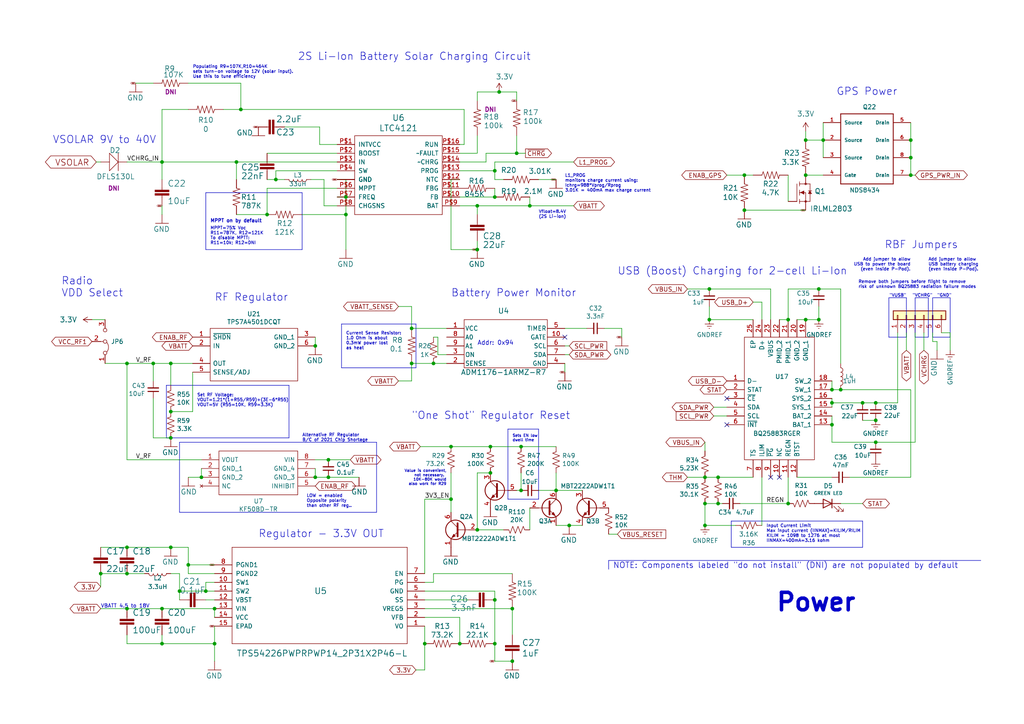
<source format=kicad_sch>
(kicad_sch (version 20230121) (generator eeschema)
  (paper "A4")
  (title_block (title "PyCubed Mainboard") (date "2021-06-09") (rev "v05c") (company "Max Holliday"))
  (junction (at 36.83 158.75))
  (junction (at 143.51 173.99))
  (junction (at 148.59 191.77))
  (junction (at 143.51 186.69))
  (junction (at 46.99 176.53))
  (junction (at 69.85 31.75))
  (junction (at 68.58 46.99))
  (junction (at 62.23 186.69))
  (junction (at 36.83 105.41))
  (junction (at 91.44 138.43))
  (junction (at 49.53 119.38))
  (junction (at 95.25 138.43))
  (junction (at 142.24 129.54))
  (junction (at 62.23 176.53))
  (junction (at 208.28 146.05))
  (junction (at 138.43 59.69))
  (junction (at 264.16 45.72))
  (junction (at 241.3 116.84))
  (junction (at 49.53 158.75))
  (junction (at 204.47 146.05))
  (junction (at 58.42 138.43))
  (junction (at 44.45 105.41))
  (junction (at 130.81 129.54))
  (junction (at 52.07 171.45))
  (junction (at 204.47 152.4))
  (junction (at 133.35 186.69))
  (junction (at 29.21 166.37))
  (junction (at 161.29 142.24))
  (junction (at 36.83 166.37))
  (junction (at 49.53 105.41))
  (junction (at 208.28 138.43))
  (junction (at 123.19 186.69))
  (junction (at 215.9 50.8))
  (junction (at 125.73 105.41))
  (junction (at 254 121.92))
  (junction (at 165.1 152.4))
  (junction (at 148.59 176.53))
  (junction (at 151.13 142.24))
  (junction (at 143.51 57.15))
  (junction (at 264.16 40.64))
  (junction (at 151.13 129.54))
  (junction (at 149.86 44.45))
  (junction (at 119.38 95.25))
  (junction (at 77.47 62.23))
  (junction (at 241.3 113.03))
  (junction (at 100.33 62.23))
  (junction (at 59.69 171.45))
  (junction (at 144.78 26.67))
  (junction (at 241.3 123.19))
  (junction (at 243.84 113.03))
  (junction (at 233.68 40.64))
  (junction (at 228.6 92.71))
  (junction (at 143.51 49.53))
  (junction (at 130.81 144.78))
  (junction (at 237.49 92.71))
  (junction (at 119.38 105.41))
  (junction (at 46.99 46.99))
  (junction (at 138.43 72.39))
  (junction (at 153.67 59.69))
  (junction (at 54.61 163.83))
  (junction (at 204.47 138.43))
  (junction (at 250.19 116.84))
  (junction (at 46.99 186.69))
  (junction (at 238.76 40.64))
  (junction (at 237.49 83.82))
  (junction (at 80.01 52.07))
  (junction (at 142.24 137.16))
  (junction (at 233.68 92.71))
  (junction (at 138.43 153.67))
  (junction (at 215.9 60.96))
  (junction (at 233.68 50.8))
  (junction (at 228.6 146.05))
  (junction (at 264.16 50.8))
  (junction (at 254 116.84))
  (junction (at 254 128.27))
  (junction (at 91.44 100.33))
  (junction (at 205.74 83.82))
  (junction (at 49.53 127))
  (junction (at 205.74 92.71))
  (junction (at 95.25 133.35))
  (junction (at 100.33 57.15))
  (junction (at 36.83 176.53))
  (no_connect (at 210.82 115.57))
  (no_connect (at 226.06 138.43))
  (no_connect (at 223.52 138.43))
  (no_connect (at 210.82 123.19))
  (no_connect (at 163.83 97.79))
  (wire (pts (xy 52.07 171.45) (xy 52.07 166.37)))
  (wire (pts (xy 92.71 41.91) (xy 92.71 36.83)))
  (wire (pts (xy 209.55 146.05) (xy 208.28 146.05)))
  (wire (pts (xy 97.79 49.53) (xy 80.01 49.53)))
  (wire (pts (xy 133.35 46.99) (xy 140.97 46.99)))
  (wire (pts (xy 119.38 105.41) (xy 125.73 105.41)))
  (wire (pts (xy 146.05 153.67) (xy 138.43 153.67)))
  (wire (pts (xy 204.47 138.43) (xy 199.39 138.43)))
  (wire (pts (xy 223.52 83.82) (xy 205.74 83.82)))
  (wire (pts (xy 250.19 116.84) (xy 241.3 116.84)))
  (wire (pts (xy 133.35 52.07) (xy 130.81 52.07)))
  (wire (pts (xy 54.61 166.37) (xy 62.23 166.37)))
  (wire (pts (xy 204.47 146.05) (xy 204.47 152.4)))
  (wire (pts (xy 143.51 57.15) (xy 133.35 57.15)))
  (wire (pts (xy 238.76 40.64) (xy 233.68 40.64)))
  (wire (pts (xy 130.81 52.07) (xy 130.81 72.39)))
  (polyline (pts (xy 48.26 111.76) (xy 48.26 127)))
  (wire (pts (xy 138.43 72.39) (xy 138.43 69.85)))
  (wire (pts (xy 140.97 44.45) (xy 149.86 44.45)))
  (wire (pts (xy 233.68 92.71) (xy 237.49 92.71)))
  (wire (pts (xy 238.76 40.64) (xy 238.76 35.56)))
  (wire (pts (xy 270.51 99.06) (xy 271.78 99.06)))
  (wire (pts (xy 143.51 173.99) (xy 143.51 186.69)))
  (wire (pts (xy 151.13 129.54) (xy 161.29 129.54)))
  (wire (pts (xy 241.3 110.49) (xy 241.3 113.03)))
  (wire (pts (xy 140.97 46.99) (xy 140.97 44.45)))
  (polyline (pts (xy 262.89 86.36) (xy 257.81 86.36)))
  (polyline (pts (xy 109.22 148.59) (xy 109.22 128.27)))
  (wire (pts (xy 163.83 107.95) (xy 163.83 105.41)))
  (wire (pts (xy 254 128.27) (xy 265.43 128.27)))
  (polyline (pts (xy 257.81 86.36) (xy 257.81 97.79)))
  (wire (pts (xy 100.33 62.23) (xy 100.33 72.39)))
  (wire (pts (xy 205.74 92.71) (xy 218.44 92.71)))
  (wire (pts (xy 275.59 96.52) (xy 275.59 101.6)))
  (polyline (pts (xy 59.69 72.39) (xy 87.63 72.39)))
  (wire (pts (xy 62.23 181.61) (xy 62.23 186.69)))
  (wire (pts (xy 205.74 88.9) (xy 205.74 92.71)))
  (wire (pts (xy 143.51 49.53) (xy 143.51 46.99)))
  (wire (pts (xy 237.49 83.82) (xy 228.6 83.82)))
  (wire (pts (xy 36.83 186.69) (xy 36.83 184.15)))
  (wire (pts (xy 62.23 179.07) (xy 62.23 176.53)))
  (wire (pts (xy 270.51 96.52) (xy 270.51 99.06)))
  (wire (pts (xy 59.69 171.45) (xy 59.69 168.91)))
  (wire (pts (xy 95.25 138.43) (xy 91.44 138.43)))
  (wire (pts (xy 138.43 137.16) (xy 142.24 137.16)))
  (wire (pts (xy 161.29 137.16) (xy 161.29 142.24)))
  (wire (pts (xy 149.86 39.37) (xy 149.86 44.45)))
  (wire (pts (xy 204.47 152.4) (xy 213.36 152.4)))
  (wire (pts (xy 104.14 138.43) (xy 95.25 138.43)))
  (wire (pts (xy 49.53 158.75) (xy 54.61 158.75)))
  (wire (pts (xy 123.19 173.99) (xy 135.89 173.99)))
  (polyline (pts (xy 156.21 144.78) (xy 156.21 124.46)))
  (wire (pts (xy 91.44 100.33) (xy 91.44 97.79)))
  (wire (pts (xy 49.53 111.76) (xy 49.53 105.41)))
  (wire (pts (xy 54.61 24.13) (xy 69.85 24.13)))
  (wire (pts (xy 233.68 40.64) (xy 233.68 38.1)))
  (wire (pts (xy 168.91 152.4) (xy 165.1 152.4)))
  (wire (pts (xy 29.21 166.37) (xy 36.83 166.37)))
  (polyline (pts (xy 265.43 97.79) (xy 265.43 86.36)))
  (wire (pts (xy 138.43 59.69) (xy 153.67 59.69)))
  (wire (pts (xy 123.19 186.69) (xy 123.19 194.31)))
  (wire (pts (xy 265.43 128.27) (xy 265.43 96.52)))
  (wire (pts (xy 130.81 137.16) (xy 130.81 144.78)))
  (wire (pts (xy 254 116.84) (xy 260.35 116.84)))
  (wire (pts (xy 226.06 92.71) (xy 228.6 92.71)))
  (wire (pts (xy 168.91 142.24) (xy 161.29 142.24)))
  (wire (pts (xy 271.78 99.06) (xy 271.78 101.6)))
  (wire (pts (xy 54.61 158.75) (xy 54.61 163.83)))
  (wire (pts (xy 138.43 44.45) (xy 138.43 39.37)))
  (wire (pts (xy 97.79 44.45) (xy 77.47 44.45)))
  (polyline (pts (xy 156.21 124.46) (xy 147.32 124.46)))
  (wire (pts (xy 44.45 127) (xy 49.53 127)))
  (polyline (pts (xy 87.63 55.88) (xy 59.69 55.88)))
  (wire (pts (xy 121.92 129.54) (xy 130.81 129.54)))
  (wire (pts (xy 204.47 128.27) (xy 204.47 130.81)))
  (wire (pts (xy 153.67 153.67) (xy 153.67 147.32)))
  (polyline (pts (xy 212.09 158.75) (xy 250.19 158.75)))
  (wire (pts (xy 153.67 57.15) (xy 153.67 59.69)))
  (wire (pts (xy 91.44 135.89) (xy 91.44 138.43)))
  (wire (pts (xy 44.45 105.41) (xy 49.53 105.41)))
  (wire (pts (xy 241.3 120.65) (xy 241.3 123.19)))
  (wire (pts (xy 133.35 179.07) (xy 133.35 186.69)))
  (wire (pts (xy 205.74 83.82) (xy 199.39 83.82)))
  (wire (pts (xy 123.19 176.53) (xy 148.59 176.53)))
  (wire (pts (xy 218.44 50.8) (xy 215.9 50.8)))
  (wire (pts (xy 214.63 146.05) (xy 228.6 146.05)))
  (wire (pts (xy 46.99 52.07) (xy 46.99 46.99)))
  (polyline (pts (xy 83.82 111.76) (xy 48.26 111.76)))
  (wire (pts (xy 264.16 45.72) (xy 264.16 50.8)))
  (wire (pts (xy 264.16 35.56) (xy 264.16 40.64)))
  (wire (pts (xy 80.01 52.07) (xy 77.47 52.07)))
  (wire (pts (xy 125.73 105.41) (xy 129.54 105.41)))
  (wire (pts (xy 133.35 49.53) (xy 143.51 49.53)))
  (wire (pts (xy 97.79 52.07) (xy 100.33 52.07)))
  (wire (pts (xy 36.83 176.53) (xy 29.21 176.53)))
  (wire (pts (xy 97.79 59.69) (xy 93.98 59.69)))
  (wire (pts (xy 97.79 57.15) (xy 100.33 57.15)))
  (wire (pts (xy 49.53 166.37) (xy 52.07 166.37)))
  (wire (pts (xy 143.51 46.99) (xy 166.37 46.99)))
  (wire (pts (xy 77.47 54.61) (xy 77.47 62.23)))
  (wire (pts (xy 46.99 186.69) (xy 46.99 184.15)))
  (wire (pts (xy 254 116.84) (xy 250.19 116.84)))
  (wire (pts (xy 95.25 133.35) (xy 91.44 133.35)))
  (wire (pts (xy 267.97 101.6) (xy 267.97 96.52)))
  (polyline (pts (xy 52.07 148.59) (xy 109.22 148.59)))
  (wire (pts (xy 246.38 138.43) (xy 264.16 138.43)))
  (wire (pts (xy 243.84 146.05) (xy 250.19 146.05)))
  (wire (pts (xy 133.35 59.69) (xy 138.43 59.69)))
  (polyline (pts (xy 120.65 106.68) (xy 99.06 106.68)))
  (polyline (pts (xy 109.22 128.27) (xy 52.07 128.27)))
  (wire (pts (xy 130.81 129.54) (xy 142.24 129.54)))
  (wire (pts (xy 264.16 40.64) (xy 264.16 45.72)))
  (polyline (pts (xy 87.63 72.39) (xy 87.63 55.88)))
  (polyline (pts (xy 257.81 97.79) (xy 262.89 97.79)))
  (wire (pts (xy 208.28 138.43) (xy 204.47 138.43)))
  (wire (pts (xy 29.21 158.75) (xy 36.83 158.75)))
  (wire (pts (xy 180.34 95.25) (xy 175.26 95.25)))
  (wire (pts (xy 243.84 113.03) (xy 264.16 113.03)))
  (wire (pts (xy 39.37 24.13) (xy 44.45 24.13)))
  (wire (pts (xy 54.61 138.43) (xy 58.42 138.43)))
  (wire (pts (xy 156.21 142.24) (xy 161.29 142.24)))
  (polyline (pts (xy 59.69 55.88) (xy 59.69 72.39)))
  (wire (pts (xy 179.07 154.94) (xy 176.53 154.94)))
  (wire (pts (xy 62.23 171.45) (xy 59.69 171.45)))
  (wire (pts (xy 165.1 102.87) (xy 163.83 102.87)))
  (wire (pts (xy 127 102.87) (xy 127 97.79)))
  (wire (pts (xy 143.51 171.45) (xy 143.51 173.99)))
  (wire (pts (xy 264.16 50.8) (xy 265.43 50.8)))
  (wire (pts (xy 220.98 152.4) (xy 220.98 138.43)))
  (polyline (pts (xy 48.26 127) (xy 83.82 127)))
  (wire (pts (xy 77.47 54.61) (xy 97.79 54.61)))
  (wire (pts (xy 44.45 115.57) (xy 44.45 127)))
  (wire (pts (xy 26.67 92.71) (xy 30.48 92.71)))
  (polyline (pts (xy 270.51 86.36) (xy 270.51 97.79)))
  (wire (pts (xy 241.3 115.57) (xy 241.3 116.84)))
  (wire (pts (xy 46.99 176.53) (xy 62.23 176.53)))
  (polyline (pts (xy 120.65 93.98) (xy 120.65 106.68)))
  (wire (pts (xy 231.14 92.71) (xy 233.68 92.71)))
  (wire (pts (xy 142.24 129.54) (xy 151.13 129.54)))
  (wire (pts (xy 29.21 170.18) (xy 29.21 166.37)))
  (wire (pts (xy 134.62 41.91) (xy 134.62 31.75)))
  (wire (pts (xy 125.73 166.37) (xy 125.73 168.91)))
  (wire (pts (xy 115.57 110.49) (xy 119.38 110.49)))
  (wire (pts (xy 218.44 87.63) (xy 220.98 87.63)))
  (polyline (pts (xy 275.59 86.36) (xy 270.51 86.36)))
  (wire (pts (xy 97.79 46.99) (xy 68.58 46.99)))
  (polyline (pts (xy 269.24 97.79) (xy 265.43 97.79)))
  (wire (pts (xy 100.33 57.15) (xy 100.33 62.23)))
  (wire (pts (xy 127 102.87) (xy 129.54 102.87)))
  (polyline (pts (xy 176.53 162.56) (xy 284.48 162.56)))
  (wire (pts (xy 46.99 186.69) (xy 62.23 186.69)))
  (polyline (pts (xy 147.32 144.78) (xy 147.32 124.46)))
  (wire (pts (xy 58.42 138.43) (xy 58.42 135.89)))
  (wire (pts (xy 134.62 31.75) (xy 69.85 31.75)))
  (polyline (pts (xy 52.07 128.27) (xy 52.07 148.59)))
  (wire (pts (xy 165.1 100.33) (xy 163.83 100.33)))
  (wire (pts (xy 241.3 138.43) (xy 231.14 138.43)))
  (wire (pts (xy 119.38 95.25) (xy 119.38 88.9)))
  (wire (pts (xy 210.82 120.65) (xy 207.01 120.65)))
  (wire (pts (xy 90.17 52.07) (xy 93.98 52.07)))
  (wire (pts (xy 138.43 26.67) (xy 138.43 29.21)))
  (wire (pts (xy 238.76 45.72) (xy 238.76 40.64)))
  (wire (pts (xy 210.82 118.11) (xy 207.01 118.11)))
  (wire (pts (xy 143.51 191.77) (xy 143.51 186.69)))
  (wire (pts (xy 180.34 97.79) (xy 180.34 95.25)))
  (wire (pts (xy 250.19 121.92) (xy 254 121.92)))
  (wire (pts (xy 165.1 152.4) (xy 161.29 152.4)))
  (wire (pts (xy 153.67 59.69) (xy 166.37 59.69)))
  (polyline (pts (xy 212.09 151.13) (xy 212.09 158.75)))
  (wire (pts (xy 82.55 52.07) (xy 80.01 52.07)))
  (wire (pts (xy 144.78 26.67) (xy 138.43 26.67)))
  (polyline (pts (xy 99.06 106.68) (xy 99.06 93.98)))
  (wire (pts (xy 273.05 96.52) (xy 275.59 96.52)))
  (wire (pts (xy 262.89 101.6) (xy 262.89 96.52)))
  (wire (pts (xy 130.81 144.78) (xy 130.81 148.59)))
  (wire (pts (xy 151.13 137.16) (xy 151.13 142.24)))
  (polyline (pts (xy 275.59 97.79) (xy 275.59 86.36)))
  (wire (pts (xy 49.53 105.41) (xy 55.88 105.41)))
  (wire (pts (xy 123.19 181.61) (xy 123.19 186.69)))
  (wire (pts (xy 68.58 52.07) (xy 68.58 46.99)))
  (wire (pts (xy 62.23 173.99) (xy 59.69 173.99)))
  (wire (pts (xy 149.86 26.67) (xy 144.78 26.67)))
  (polyline (pts (xy 265.43 86.36) (xy 269.24 86.36)))
  (wire (pts (xy 163.83 95.25) (xy 170.18 95.25)))
  (wire (pts (xy 29.21 46.99) (xy 27.94 46.99)))
  (wire (pts (xy 125.73 168.91) (xy 123.19 168.91)))
  (wire (pts (xy 115.57 88.9) (xy 119.38 88.9)))
  (polyline (pts (xy 156.21 144.78) (xy 147.32 144.78)))
  (wire (pts (xy 119.38 105.41) (xy 119.38 110.49)))
  (wire (pts (xy 149.86 142.24) (xy 151.13 142.24)))
  (polyline (pts (xy 262.89 97.79) (xy 262.89 86.36)))
  (wire (pts (xy 215.9 50.8) (xy 210.82 50.8)))
  (polyline (pts (xy 83.82 127) (xy 83.82 111.76)))
  (polyline (pts (xy 250.19 151.13) (xy 212.09 151.13)))
  (wire (pts (xy 238.76 50.8) (xy 233.68 50.8)))
  (wire (pts (xy 69.85 31.75) (xy 64.77 31.75)))
  (wire (pts (xy 228.6 83.82) (xy 228.6 92.71)))
  (wire (pts (xy 143.51 191.77) (xy 148.59 191.77)))
  (wire (pts (xy 123.19 179.07) (xy 133.35 179.07)))
  (wire (pts (xy 36.83 176.53) (xy 46.99 176.53)))
  (wire (pts (xy 36.83 186.69) (xy 46.99 186.69)))
  (wire (pts (xy 59.69 171.45) (xy 52.07 171.45)))
  (wire (pts (xy 133.35 41.91) (xy 134.62 41.91)))
  (wire (pts (xy 92.71 41.91) (xy 97.79 41.91)))
  (wire (pts (xy 36.83 105.41) (xy 36.83 133.35)))
  (wire (pts (xy 143.51 49.53) (xy 143.51 52.07)))
  (wire (pts (xy 49.53 119.38) (xy 55.88 119.38)))
  (wire (pts (xy 241.3 116.84) (xy 241.3 118.11)))
  (wire (pts (xy 36.83 46.99) (xy 46.99 46.99)))
  (wire (pts (xy 133.35 44.45) (xy 138.43 44.45)))
  (wire (pts (xy 218.44 138.43) (xy 208.28 138.43)))
  (wire (pts (xy 241.3 113.03) (xy 243.84 113.03)))
  (wire (pts (xy 243.84 105.41) (xy 243.84 83.82)))
  (wire (pts (xy 92.71 36.83) (xy 82.55 36.83)))
  (wire (pts (xy 62.23 186.69) (xy 62.23 191.77)))
  (wire (pts (xy 161.29 52.07) (xy 156.21 52.07)))
  (wire (pts (xy 123.19 144.78) (xy 130.81 144.78)))
  (wire (pts (xy 149.86 29.21) (xy 149.86 26.67)))
  (wire (pts (xy 264.16 113.03) (xy 264.16 138.43)))
  (wire (pts (xy 143.51 54.61) (xy 143.51 57.15)))
  (wire (pts (xy 143.51 52.07) (xy 146.05 52.07)))
  (wire (pts (xy 123.19 171.45) (xy 143.51 171.45)))
  (wire (pts (xy 138.43 62.23) (xy 138.43 59.69)))
  (wire (pts (xy 77.47 62.23) (xy 68.58 62.23)))
  (wire (pts (xy 100.33 52.07) (xy 100.33 57.15)))
  (wire (pts (xy 69.85 31.75) (xy 69.85 24.13)))
  (wire (pts (xy 148.59 166.37) (xy 125.73 166.37)))
  (wire (pts (xy 93.98 59.69) (xy 93.98 52.07)))
  (wire (pts (xy 241.3 128.27) (xy 241.3 123.19)))
  (wire (pts (xy 119.38 95.25) (xy 129.54 95.25)))
  (wire (pts (xy 36.83 133.35) (xy 58.42 133.35)))
  (wire (pts (xy 52.07 173.99) (xy 52.07 171.45)))
  (wire (pts (xy 68.58 46.99) (xy 46.99 46.99)))
  (wire (pts (xy 220.98 87.63) (xy 220.98 92.71)))
  (wire (pts (xy 149.86 44.45) (xy 152.4 44.45)))
  (wire (pts (xy 148.59 176.53) (xy 148.59 184.15)))
  (polyline (pts (xy 99.06 93.98) (xy 120.65 93.98)))
  (wire (pts (xy 243.84 83.82) (xy 237.49 83.82)))
  (wire (pts (xy 36.83 158.75) (xy 49.53 158.75)))
  (polyline (pts (xy 176.53 165.1) (xy 176.53 162.56)))
  (wire (pts (xy 127 97.79) (xy 125.73 97.79)))
  (wire (pts (xy 54.61 163.83) (xy 54.61 166.37)))
  (wire (pts (xy 36.83 166.37) (xy 41.91 166.37)))
  (wire (pts (xy 87.63 62.23) (xy 100.33 62.23)))
  (wire (pts (xy 80.01 52.07) (xy 80.01 49.53)))
  (wire (pts (xy 123.19 194.31) (xy 120.65 194.31)))
  (wire (pts (xy 46.99 59.69) (xy 46.99 62.23)))
  (wire (pts (xy 237.49 88.9) (xy 237.49 92.71)))
  (wire (pts (xy 62.23 163.83) (xy 54.61 163.83)))
  (wire (pts (xy 46.99 31.75) (xy 46.99 46.99)))
  (wire (pts (xy 130.81 72.39) (xy 138.43 72.39)))
  (wire (pts (xy 101.6 133.35) (xy 95.25 133.35)))
  (wire (pts (xy 36.83 105.41) (xy 44.45 105.41)))
  (wire (pts (xy 260.35 116.84) (xy 260.35 96.52)))
  (polyline (pts (xy 269.24 86.36) (xy 269.24 97.79)))
  (wire (pts (xy 54.61 31.75) (xy 46.99 31.75)))
  (wire (pts (xy 55.88 119.38) (xy 55.88 107.95)))
  (polyline (pts (xy 275.59 97.79) (xy 270.51 97.79)))
  (wire (pts (xy 254 128.27) (xy 241.3 128.27)))
  (wire (pts (xy 228.6 58.42) (xy 228.6 50.8)))
  (wire (pts (xy 123.19 166.37) (xy 123.19 144.78)))
  (wire (pts (xy 138.43 153.67) (xy 138.43 137.16)))
  (wire (pts (xy 62.23 168.91) (xy 59.69 168.91)))
  (wire (pts (xy 233.68 60.96) (xy 215.9 60.96)))
  (wire (pts (xy 44.45 110.49) (xy 44.45 105.41)))
  (wire (pts (xy 208.28 146.05) (xy 204.47 146.05)))
  (wire (pts (xy 30.48 105.41) (xy 36.83 105.41)))
  (wire (pts (xy 223.52 92.71) (xy 223.52 83.82)))
  (wire (pts (xy 228.6 138.43) (xy 228.6 146.05)))
  (polyline (pts (xy 250.19 158.75) (xy 250.19 151.13)))
  (text "Radio\nVDD Select" (at 17.78 86.36 0) (effects (font (size 2.159 2.159)) (justify left bottom)))
  (text "\"VCHRG\"" (at 270.51 86.36 0) (effects (font (size 0.889 0.889)) (justify right bottom)))
  (text "L1_PROG\nmonitors charge current using:\nIchrg=988*Vprog/Rprog\n3.01K = 400mA max charge current\n" (at 163.83 55.88 0) (effects (font (size 0.889 0.889)) (justify left bottom)))
  (text "RF Regulator" (at 62.23 87.63 0) (effects (font (size 2.159 2.159)) (justify left bottom)))
  (text "GPS Power" (at 242.57 27.94 0) (effects (font (size 2.159 2.159)) (justify left bottom)))
  (text "Sets EN low\ndwell time" (at 148.59 128.27 0) (effects (font (size 0.7874 0.7874)) (justify left bottom)))
  (text "Remove both jumpers before flight to remove\nrisk of unknown BQ25883 radiation failure modes\n" (at 248.92 83.82 0) (effects (font (size 0.889 0.889)) (justify left bottom)))
  (text "RBF Jumpers" (at 256.54 72.39 0) (effects (font (size 2.159 2.159)) (justify left bottom)))
  (text "LOW = enabled\nOpposite polarity\nthan other RF reg.. " (at 88.9 147.32 0) (effects (font (size 0.889 0.889)) (justify left bottom)))
  (text "Add jumper to allow\nUSB battery charging\n(even inside P-Pod).\n" (at 269.24 78.74 0) (effects (font (size 0.889 0.889)) (justify left bottom)))
  (text "\"One Shot\" Regulator Reset" (at 119.38 121.92 0) (effects (font (size 2.159 2.159)) (justify left bottom)))
  (text "Value is convenient,\nnot necessary. \n10K-80K would\nalso work for R29" (at 129.54 140.97 0) (effects (font (size 0.7874 0.7874)) (justify right bottom)))
  (text "Battery Power Monitor" (at 130.81 86.36 0) (effects (font (size 2.159 2.159)) (justify left bottom)))
  (text "USB (Boost) Charging for 2-cell Li-Ion" (at 179.07 80.01 0) (effects (font (size 2.159 2.159)) (justify left bottom)))
  (text "Current Sense Resistor:\n1.0 Ohm is about \n0.3mW power lost\nas heat" (at 100.33 101.6 0) (effects (font (size 0.889 0.889)) (justify left bottom)))
  (text "\"GND\"" (at 271.78 86.36 0) (effects (font (size 0.889 0.889)) (justify left bottom)))
  (text "VBATT 4.5 to 18V" (at 29.21 176.53 0) (effects (font (size 1.0668 1.0668)) (justify left bottom)))
  (text "MPPT on by default" (at 60.96 64.77 0) (effects (font (size 0.9906 0.9906) (thickness 0.1981) bold) (justify left bottom)))
  (text "Input Current Limit\nMax input current (IINMAX)=KILIM/RILIM\nKILIM = 1098 to 1276 at most\nIINMAX=400mA=3.16 kohm" (at 222.25 157.48 0) (effects (font (size 0.889 0.889)) (justify left bottom)))
  (text "\"VUSB\"" (at 262.89 86.36 0) (effects (font (size 0.889 0.889)) (justify right bottom)))
  (text "2S Li-Ion Battery Solar Charging Circuit" (at 86.36 17.78 0) (effects (font (size 2.159 2.159)) (justify left bottom)))
  (text "Populating R9=107K,R10=464K\nsets turn-on voltage to 12V (solar input). \nUse this to tune efficiency" (at 55.88 22.86 0) (effects (font (size 0.889 0.889)) (justify left bottom)))
  (text "\nMPPT=75% Voc\nR11=787K, R12=121K\nTo disable MPTT:\nR11=10k; R12=DNI" (at 60.96 71.12 0) (effects (font (size 0.889 0.889)) (justify left bottom)))
  (text "Power" (at 224.79 177.8 0) (effects (font (size 5.08 5.08) (thickness 1.016) bold) (justify left bottom)))
  (text "Set RF Voltage:\nVOUT=1.21*(1+R55/R59)+(3E-6*R55)\nVOUT=5V (R55=10K, R59=3.3K)\n" (at 57.15 118.11 0) (effects (font (size 0.889 0.889)) (justify left bottom)))
  (text "Addr: 0x94" (at 138.43 100.33 0) (effects (font (size 1.27 1.27)) (justify left bottom)))
  (text "Alternative RF Regulator\nB/C of 2021 Chip Shortage" (at 87.63 128.27 0) (effects (font (size 0.889 0.889)) (justify left bottom)))
  (text "Regulator - 3.3V OUT" (at 74.93 156.21 0) (effects (font (size 2.159 2.159)) (justify left bottom)))
  (text "VSOLAR 9V to 40V" (at 15.24 41.91 0) (effects (font (size 2.159 2.159)) (justify left bottom)))
  (text "Add jumper to allow\nUSB to power the board\n(even inside P-Pod).\n" (at 264.16 78.74 0) (effects (font (size 0.889 0.889)) (justify right bottom)))
  (text "Vfloat=8.4V\n(2S Li-ion)" (at 156.21 63.5 0) (effects (font (size 0.889 0.889)) (justify left bottom)))
  (text "NOTE: Components labeled \"do not install\" (DNI) are not populated by default" (at 177.8 165.1 0) (effects (font (size 1.651 1.651)) (justify left bottom)))
  (label "3V3_EN" (at 123.19 144.78 0))
  (label "VCHRG_IN" (at 36.83 46.99 0))
  (label "REGN" (at 222.25 146.05 0))
  (label "V_RF" (at 39.37 105.41 0))
  (label "V_RF" (at 39.37 133.35 0))
  (global_label "VBUS_IN" (shape bidirectional) (at 204.47 128.27 180) (property "Intersheetrefs" "${INTERSHEET_REFS}" (effects hide)))
  (global_label "GND" (shape bidirectional) (at 39.37 24.13 180) (effects (font (size 0.254 0.254))) (property "Intersheetrefs" "${INTERSHEET_REFS}" (effects hide)))
  (global_label "VBATT" (shape bidirectional) (at 29.21 176.53 180) (property "Intersheetrefs" "${INTERSHEET_REFS}" (effects hide)))
  (global_label "ENAB_RF" (shape bidirectional) (at 55.88 97.79 180) (property "Intersheetrefs" "${INTERSHEET_REFS}" (effects hide)))
  (global_label "VBATT_SENSE" (shape bidirectional) (at 115.57 88.9 180) (property "Intersheetrefs" "${INTERSHEET_REFS}" (effects hide)))
  (global_label "3.3V" (shape bidirectional) (at 29.21 170.18 180) (property "Intersheetrefs" "${INTERSHEET_REFS}" (effects hide)))
  (global_label "THM" (shape bidirectional) (at 199.39 138.43 180) (property "Intersheetrefs" "${INTERSHEET_REFS}" (effects hide)))
  (global_label "SCL_PWR" (shape input) (at 207.01 120.65 180) (property "Intersheetrefs" "${INTERSHEET_REFS}" (effects hide)))
  (global_label "L1_PROG" (shape bidirectional) (at 166.37 46.99 0) (property "Intersheetrefs" "${INTERSHEET_REFS}" (effects hide)))
  (global_label "VBATT" (shape bidirectional) (at 115.57 110.49 180) (property "Intersheetrefs" "${INTERSHEET_REFS}" (effects hide)))
  (global_label "3.3V" (shape bidirectional) (at 120.65 194.31 180) (property "Intersheetrefs" "${INTERSHEET_REFS}" (effects hide)))
  (global_label "VSOLAR" (shape bidirectional) (at 27.94 46.99 180) (effects (font (size 1.778 1.778))) (property "Intersheetrefs" "${INTERSHEET_REFS}" (effects hide)))
  (global_label "GND" (shape bidirectional) (at 233.68 60.96 180) (effects (font (size 0.254 0.254))) (property "Intersheetrefs" "${INTERSHEET_REFS}" (effects hide)))
  (global_label "GND" (shape bidirectional) (at 97.79 52.07 180) (effects (font (size 0.254 0.254))) (property "Intersheetrefs" "${INTERSHEET_REFS}" (effects hide)))
  (global_label "ENAB_GPS" (shape bidirectional) (at 210.82 50.8 180) (property "Intersheetrefs" "${INTERSHEET_REFS}" (effects hide)))
  (global_label "VBUS_RESET" (shape input) (at 179.07 154.94 0) (property "Intersheetrefs" "${INTERSHEET_REFS}" (effects hide)))
  (global_label "VBATT" (shape bidirectional) (at 55.88 100.33 180) (property "Intersheetrefs" "${INTERSHEET_REFS}" (effects hide)))
  (global_label "VBATT" (shape bidirectional) (at 121.92 129.54 180) (property "Intersheetrefs" "${INTERSHEET_REFS}" (effects hide)))
  (global_label "STAT" (shape bidirectional) (at 210.82 113.03 180) (property "Intersheetrefs" "${INTERSHEET_REFS}" (effects hide)))
  (global_label "GND" (shape bidirectional) (at 161.29 52.07 180) (effects (font (size 0.254 0.254))) (property "Intersheetrefs" "${INTERSHEET_REFS}" (effects hide)))
  (global_label "GND" (shape bidirectional) (at 143.51 191.77 180) (effects (font (size 0.254 0.254))) (property "Intersheetrefs" "${INTERSHEET_REFS}" (effects hide)))
  (global_label "VBUS_IN" (shape bidirectional) (at 199.39 83.82 180) (property "Intersheetrefs" "${INTERSHEET_REFS}" (effects hide)))
  (global_label "VBATT" (shape bidirectional) (at 101.6 133.35 0) (property "Intersheetrefs" "${INTERSHEET_REFS}" (effects hide)))
  (global_label "VCC_RF1" (shape bidirectional) (at 26.67 99.06 180) (property "Intersheetrefs" "${INTERSHEET_REFS}" (effects hide)))
  (global_label "USB_D+" (shape bidirectional) (at 218.44 87.63 180) (property "Intersheetrefs" "${INTERSHEET_REFS}" (effects hide)))
  (global_label "GND" (shape bidirectional) (at 74.93 36.83 180) (effects (font (size 0.254 0.254))) (property "Intersheetrefs" "${INTERSHEET_REFS}" (effects hide)))
  (global_label "GND" (shape bidirectional) (at 180.34 97.79 180) (effects (font (size 0.254 0.254))) (property "Intersheetrefs" "${INTERSHEET_REFS}" (effects hide)))
  (global_label "VBATT" (shape bidirectional) (at 166.37 59.69 0) (property "Intersheetrefs" "${INTERSHEET_REFS}" (effects hide)))
  (global_label "GND" (shape bidirectional) (at 138.43 72.39 180) (effects (font (size 0.254 0.254))) (property "Intersheetrefs" "${INTERSHEET_REFS}" (effects hide)))
  (global_label "SCL_PWR" (shape input) (at 165.1 100.33 0) (property "Intersheetrefs" "${INTERSHEET_REFS}" (effects hide)))
  (global_label "GND" (shape bidirectional) (at 62.23 181.61 180) (effects (font (size 0.254 0.254))) (property "Intersheetrefs" "${INTERSHEET_REFS}" (effects hide)))
  (global_label "GPS_PWR_IN" (shape bidirectional) (at 265.43 50.8 0) (property "Intersheetrefs" "${INTERSHEET_REFS}" (effects hide)))
  (global_label "~{CHRG}" (shape output) (at 152.4 44.45 0) (property "Intersheetrefs" "${INTERSHEET_REFS}" (effects hide)))
  (global_label "VBATT" (shape bidirectional) (at 262.89 101.6 270) (property "Intersheetrefs" "${INTERSHEET_REFS}" (effects hide)))
  (global_label "GND" (shape bidirectional) (at 46.99 59.69 180) (effects (font (size 0.254 0.254))) (property "Intersheetrefs" "${INTERSHEET_REFS}" (effects hide)))
  (global_label "SDA_PWR" (shape bidirectional) (at 207.01 118.11 180) (property "Intersheetrefs" "${INTERSHEET_REFS}" (effects hide)))
  (global_label "ENAB_RF" (shape bidirectional) (at 91.44 140.97 0) (property "Intersheetrefs" "${INTERSHEET_REFS}" (effects hide)))
  (global_label "VCHRG" (shape bidirectional) (at 267.97 101.6 270) (property "Intersheetrefs" "${INTERSHEET_REFS}" (effects hide)))
  (global_label "SDA_PWR" (shape bidirectional) (at 165.1 102.87 0) (property "Intersheetrefs" "${INTERSHEET_REFS}" (effects hide)))
  (global_label "USB_D-" (shape bidirectional) (at 210.82 110.49 180) (property "Intersheetrefs" "${INTERSHEET_REFS}" (effects hide)))
  (global_label "GND" (shape bidirectional) (at 62.23 163.83 180) (effects (font (size 0.254 0.254))) (property "Intersheetrefs" "${INTERSHEET_REFS}" (effects hide)))
  (global_label "STAT" (shape bidirectional) (at 250.19 146.05 0) (property "Intersheetrefs" "${INTERSHEET_REFS}" (effects hide)))
  (global_label "3.3V" (shape bidirectional) (at 149.86 29.21 180) (effects (font (size 0.254 0.254))) (property "Intersheetrefs" "${INTERSHEET_REFS}" (effects hide)))
  (global_label "GND" (shape bidirectional) (at 163.83 107.95 180) (effects (font (size 0.254 0.254))) (property "Intersheetrefs" "${INTERSHEET_REFS}" (effects hide)))
  (symbol (lib_id "mainboard:GND") (at 39.37 26.67 0) (unit 1)
    (property "Reference" "#GND013" (effects hide))
    (property "Value" "GND" (at 36.83 29.21 0) (effects (font (size 1.4986 1.4986)) (justify left bottom)))
    (instances (project "mainboard" (path "" (reference "#GND013") (unit 1)) (path "" (reference "#GND?") (unit 1))))
  )
  (symbol (lib_id "mainboard:1.0UF-0603-16V-10%") (at 57.15 173.99 90) (unit 1)
    (property "Reference" "C21" (at 58.42 167.64 90) (effects (font (size 1.778 1.778)) (justify left bottom)))
    (property "Value" "0.1uF" (at 59.69 170.18 90) (effects (font (size 1.778 1.778)) (justify left bottom)))
    (property "Footprint" "Capacitor_SMD:C_0603_1608Metric" (effects hide))
    (property "Description" "0.1uF +-10% 50V X7R 0603" (effects hide))
    (instances (project "mainboard" (path "" (reference "C21") (unit 1)) (path "" (reference "C?") (unit 1))))
  )
  (symbol (lib_id "mainboard:DFLS130L") (at 31.75 46.99 0) (unit 1)
    (property "Reference" "D2" (at 31.75 44.45 0) (effects (font (size 1.4986 1.4986)) (justify left bottom)))
    (property "Value" "DFLS130L" (at 27.94 52.07 0) (effects (font (size 1.4986 1.4986)) (justify left bottom)))
    (property "Footprint" "mainboard:PWRDI-123" (effects hide))
    (property "Datasheet" "https://www.diodes.com/assets/Datasheets/ds30492.pdf" (effects hide))
    (property "Description" "Schottky Diode - 30V 1A" (effects hide))
    (property "Flight" "DFLS130L-7" (effects hide))
    (property "Manufacturer_Name" "Diodes Incorporated" (effects hide))
    (property "Manufacturer_Part_Number" "DFLS130L-7" (effects hide))
    (property "Proto" "DFLS130L" (effects hide))
    (property "DNI" "DNI" (at 33.02 54.61 0) (effects (font bold)))
    (instances (project "mainboard" (path "" (reference "D2") (unit 1)) (path "" (reference "D?") (unit 1))))
  )
  (symbol (lib_id "mainboard:R-US_R0603") (at 138.43 186.69 180) (unit 1)
    (property "Reference" "R14" (at 138.43 181.61 0) (effects (font (size 1.4986 1.4986))))
    (property "Value" "22.1K" (at 138.43 184.15 0) (effects (font (size 1.4986 1.4986))))
    (property "Footprint" "Resistor_SMD:R_0603_1608Metric" (effects hide))
    (property "Description" "22.1K 0603" (effects hide))
    (instances (project "mainboard" (path "" (reference "R14") (unit 1)) (path "" (reference "R?") (unit 1))))
  )
  (symbol (lib_id "mainboard:10UF-0603-6.3V-20%") (at 46.99 57.15 0) (unit 1)
    (property "Reference" "C22" (at 48.514 54.229 0) (effects (font (size 1.778 1.778)) (justify left bottom)))
    (property "Value" "10uF" (at 48.514 59.309 0) (effects (font (size 1.778 1.778)) (justify left bottom)))
    (property "Footprint" "Capacitor_SMD:C_0603_1608Metric" (effects hide))
    (property "Description" "10uF +-20% 10V X5R" (effects hide))
    (instances (project "mainboard" (path "" (reference "C22") (unit 1)) (path "" (reference "C?") (unit 1))))
  )
  (symbol (lib_id "mainboard:GND") (at 138.43 74.93 0) (unit 1)
    (property "Reference" "#GND019" (effects hide))
    (property "Value" "GND" (at 135.89 77.47 0) (effects (font (size 1.4986 1.4986)) (justify left bottom)))
    (instances (project "mainboard" (path "" (reference "#GND019") (unit 1)) (path "" (reference "#GND?") (unit 1))))
  )
  (symbol (lib_id "mainboard:GND") (at 161.29 54.61 0) (unit 1)
    (property "Reference" "#GND021" (effects hide))
    (property "Value" "GND" (at 158.75 57.15 0) (effects (font (size 1.4986 1.4986)) (justify left bottom)))
    (instances (project "mainboard" (path "" (reference "#GND021") (unit 1)) (path "" (reference "#GND?") (unit 1))))
  )
  (symbol (lib_id "mainboard:R-US_R2512") (at 119.38 100.33 90) (unit 1)
    (property "Reference" "R8" (at 116.84 97.79 90) (effects (font (size 1.4986 1.4986)) (justify left bottom)))
    (property "Value" "0.1" (at 116.84 100.33 90) (effects (font (size 1.4986 1.4986)) (justify left bottom)))
    (property "Footprint" "Resistor_SMD:R_2512_6332Metric" (effects hide))
    (property "Description" "0.1 1% 2W 2512" (effects hide))
    (instances (project "mainboard" (path "" (reference "R8") (unit 1)) (path "" (reference "R?") (unit 1))))
  )
  (symbol (lib_id "mainboard:3.3V") (at 233.68 38.1 0) (unit 1)
    (property "Reference" "#SUPPLY06" (effects hide))
    (property "Value" "3.3V" (at 233.68 33.02 0) (effects (font (size 1.4986 1.4986))))
    (instances (project "mainboard" (path "" (reference "#SUPPLY06") (unit 1)) (path "" (reference "#SUPPLY?") (unit 1))))
  )
  (symbol (lib_id "mainboard:IRLML2803TRPBF") (at 231.14 55.88 0) (unit 1)
    (property "Reference" "Q1" (at 236.22 54.61 0) (effects (font (size 1.4986 1.4986)) (justify left top)))
    (property "Value" "IRLML2803" (at 234.95 59.69 0) (effects (font (size 1.4986 1.4986)) (justify left top)))
    (property "Footprint" "mainboard:SOT-23" (effects hide))
    (property "Datasheet" "https://www.infineon.com/dgdl/irlml2803pbf.pdf?fileId=5546d462533600a4015356682aff260f" (effects hide))
    (property "Description" "Single N-Channel MOSFET" (effects hide))
    (property "Flight" "IRLML2803" (effects hide))
    (property "Manufacturer_Name" "Infineon Technologies" (effects hide))
    (property "Manufacturer_Part_Number" "IRLML2803TRPbF" (effects hide))
    (property "Proto" "2302" (effects hide))
    (instances (project "mainboard" (path "" (reference "Q1") (unit 1)) (path "" (reference "Q?") (unit 1))))
  )
  (symbol (lib_id "mainboard:1.0UF-0603-16V-10%") (at 148.59 189.23 0) (unit 1)
    (property "Reference" "C27" (at 151.3332 186.4106 0) (effects (font (size 1.778 1.778)) (justify left)))
    (property "Value" "1uF" (at 151.3332 189.484 0) (effects (font (size 1.778 1.778)) (justify left)))
    (property "Footprint" "Capacitor_SMD:C_0603_1608Metric" (effects hide))
    (property "Description" "1uF 0603 X7R" (effects hide))
    (instances (project "mainboard" (path "" (reference "C27") (unit 1)) (path "" (reference "C?") (unit 1))))
  )
  (symbol (lib_id "mainboard:22UF-0805-6.3V-20%") (at 29.21 163.83 0) (unit 1)
    (property "Reference" "C17" (at 30.734 160.909 0) (effects (font (size 1.778 1.778)) (justify left bottom)))
    (property "Value" "22uF" (at 30.734 165.989 0) (effects (font (size 1.778 1.778)) (justify left bottom)))
    (property "Footprint" "Capacitor_SMD:C_0603_1608Metric" (effects hide))
    (property "Description" "22uF +-20% 10V X5R" (effects hide))
    (instances (project "mainboard" (path "" (reference "C17") (unit 1)) (path "" (reference "C?") (unit 1))))
  )
  (symbol (lib_id "mainboard:3.3V") (at 144.78 26.67 0) (unit 1)
    (property "Reference" "#P+03" (effects hide))
    (property "Value" "3.3V" (at 143.764 23.114 0) (effects (font (size 1.4986 1.4986)) (justify left bottom)))
    (instances (project "mainboard" (path "" (reference "#P+03") (unit 1)) (path "" (reference "#P+?") (unit 1))))
  )
  (symbol (lib_id "mainboard:0.1UF-0603-25V-5%") (at 138.43 67.31 0) (unit 1)
    (property "Reference" "C28" (at 139.954 69.469 0) (effects (font (size 1.778 1.778)) (justify left bottom)))
    (property "Value" "22uF" (at 139.954 72.009 0) (effects (font (size 1.778 1.778)) (justify left bottom)))
    (property "Footprint" "Capacitor_SMD:C_0603_1608Metric" (effects hide))
    (property "Description" "22uF +-20% 10V X5R" (effects hide))
    (instances (project "mainboard" (path "" (reference "C28") (unit 1)) (path "" (reference "C?") (unit 1))))
  )
  (symbol (lib_id "mainboard:GND") (at 46.99 64.77 0) (unit 1)
    (property "Reference" "#GND014" (effects hide))
    (property "Value" "GND" (at 44.45 67.31 0) (effects (font (size 1.4986 1.4986)) (justify left bottom)))
    (instances (project "mainboard" (path "" (reference "#GND014") (unit 1)) (path "" (reference "#GND?") (unit 1))))
  )
  (symbol (lib_id "mainboard:R-US_R0603") (at 138.43 34.29 90) (unit 1)
    (property "Reference" "R18" (at 144.78 33.02 90) (effects (font (size 1.4986 1.4986)) (justify left bottom)))
    (property "Value" "100k" (at 146.05 35.56 90) (effects (font (size 1.4986 1.4986)) (justify left bottom)))
    (property "Footprint" "Resistor_SMD:R_0603_1608Metric" (effects hide))
    (property "DNI" "DNI" (at 142.24 31.75 90) (effects (font bold)))
    (property "Description" "100K 0603" (effects hide))
    (instances (project "mainboard" (path "" (reference "R18") (unit 1)) (path "" (reference "R?") (unit 1))))
  )
  (symbol (lib_id "mainboard:R-US_R0603") (at 148.59 171.45 270) (unit 1)
    (property "Reference" "R15" (at 149.86 170.18 90) (effects (font (size 1.4986 1.4986)) (justify left bottom)))
    (property "Value" "100K" (at 149.86 172.72 90) (effects (font (size 1.4986 1.4986)) (justify left bottom)))
    (property "Footprint" "Resistor_SMD:R_0603_1608Metric" (effects hide))
    (property "Description" "100K 0603" (effects hide))
    (instances (project "mainboard" (path "" (reference "R15") (unit 1)) (path "" (reference "R?") (unit 1))))
  )
  (symbol (lib_name "NDS8434_2") (lib_id "mainboard:NDS8434") (at 251.46 43.18 0) (unit 1)
    (property "Reference" "Q22" (at 250.19 31.75 0) (effects (justify left bottom)))
    (property "Value" "NDS8434" (at 246.38 55.88 0) (effects (justify left bottom)))
    (property "Footprint" "mainboard:NDS8434" (effects hide))
    (property "Datasheet" "https://www.onsemi.com/pdf/datasheet/nds8434-d.pdf" (effects hide))
    (property "Description" "P-Channel MOSFET" (effects hide))
    (property "Flight" "NDS8434" (effects hide))
    (property "Manufacturer_Name" "ON Semiconductor" (effects hide))
    (property "Manufacturer_Part_Number" "NDS8434" (effects hide))
    (property "Proto" "DMP2022LSS-13" (effects hide))
    (instances (project "mainboard" (path "" (reference "Q22") (unit 1)) (path "" (reference "U?") (unit 1))))
  )
  (symbol (lib_id "Device:L") (at 86.36 52.07 270) (unit 1)
    (property "Reference" "L3" (at 86.36 50.8 90))
    (property "Value" "33uH" (at 86.36 53.34 90))
    (property "Footprint" "Inductor_SMD:L_1812_4532Metric" (effects hide))
    (property "Datasheet" "https://datasheet.lcsc.com/szlcsc/1910111502_3L-COILS-SNR5040K-330M_C326321.pdf" (effects hide))
    (property "Description" "33uH Shielded Inductor" (effects hide))
    (property "Flight" "SLF6028T-330MR69-PF" (effects hide))
    (property "Manufacturer_Name" "3L COILS" (effects hide))
    (property "Manufacturer_Part_Number" "SNR5040K-330M" (effects hide))
    (property "Proto" "SNR5040K-330M" (effects hide))
  )
  (symbol (lib_id "Device:L") (at 45.72 166.37 270) (unit 1)
    (property "Reference" "L2" (at 45.72 167.64 90))
    (property "Value" "3.3uH" (at 45.72 170.18 90))
    (property "Footprint" "mainboard:L_2141" (effects hide))
    (property "Datasheet" "https://datasheet.lcsc.com/lcsc/2009171412_TAI-TECH-HPC5040NF-3R3MTH_C304367.pdf" (effects hide))
    (property "Description" "3.3uH Shielded Inductor" (effects hide))
    (property "Flight" "SPM5030T-3R3M-HZ" (effects hide))
    (property "Manufacturer_Name" "TAI-TECH" (effects hide))
    (property "Manufacturer_Part_Number" "HPC5040NF-3R3MTH" (effects hide))
    (property "Proto" "HPC5040NF-3R3MTH" (effects hide))
  )
  (symbol (lib_id "mainboard:LTC4121") (at 110.49 49.53 0) (unit 1)
    (property "Reference" "U6" (at 115.57 34.163 0) (effects (font (size 1.7272 1.7272))))
    (property "Value" "LTC4121" (at 115.57 37.1602 0) (effects (font (size 1.7272 1.7272))))
    (property "Footprint" "mainboard:QFN-16-PAD" (effects hide))
    (property "Datasheet" "https://www.analog.com/media/en/technical-documentation/data-sheets/4121fbc.pdf" (effects hide))
    (property "Description" "Battery Charger - MPPT - Solar Input" (effects hide))
    (property "Flight" "LTC4121EUD" (effects hide))
    (property "Manufacturer_Name" "Analog Devices Inc." (effects hide))
    (property "Manufacturer_Part_Number" "LTC4121EUD" (effects hide))
    (property "Proto" "LTC4121EUD" (effects hide))
  )
  (symbol (lib_id "power:GNDREF") (at 237.49 92.71 0) (unit 1)
    (property "Reference" "#PWR0102" (effects hide))
    (property "Value" "GNDREF" (at 237.617 97.1042 0))
  )
  (symbol (lib_id "power:GNDREF") (at 205.74 92.71 0) (unit 1)
    (property "Reference" "#PWR0103" (effects hide))
    (property "Value" "GNDREF" (at 205.867 97.1042 0))
  )
  (symbol (lib_id "Device:C_Small") (at 243.84 138.43 270) (unit 1)
    (property "Reference" "C36" (at 243.84 132.6134 90))
    (property "Value" "47nF" (at 243.84 134.9248 90))
    (property "Footprint" "Capacitor_SMD:C_0603_1608Metric" (effects hide))
    (property "Description" "47nF +-10% 50V X7R" (effects hide))
  )
  (symbol (lib_id "Device:C_Small") (at 250.19 119.38 180) (unit 1)
    (property "Reference" "C37" (at 247.65 118.11 0) (effects (justify left)))
    (property "Value" "22uF" (at 248.92 120.65 0) (effects (justify left)))
    (property "Footprint" "Capacitor_SMD:C_0603_1608Metric" (effects hide))
    (property "Description" "22uF +-20% 10V X5R" (effects hide))
  )
  (symbol (lib_id "power:GNDREF") (at 254 121.92 0) (unit 1)
    (property "Reference" "#PWR0104" (effects hide))
    (property "Value" "GNDREF" (at 254 125.73 0))
  )
  (symbol (lib_id "Device:C_Small") (at 254 130.81 180) (unit 1)
    (property "Reference" "C39" (at 251.46 129.54 0) (effects (justify left)))
    (property "Value" "10uF" (at 252.73 132.08 0) (effects (justify left)))
    (property "Footprint" "Capacitor_SMD:C_0603_1608Metric" (effects hide))
    (property "Description" "10uF +-20% 10V X5R" (effects hide))
  )
  (symbol (lib_id "power:GNDREF") (at 254 133.35 0) (unit 1)
    (property "Reference" "#PWR0105" (effects hide))
    (property "Value" "GNDREF" (at 254 137.16 0))
  )
  (symbol (lib_id "Device:R_US") (at 232.41 146.05 270) (mirror x) (unit 1)
    (property "Reference" "R31" (at 232.41 140.843 90))
    (property "Value" "10K" (at 232.41 143.1544 90))
    (property "Footprint" "Resistor_SMD:R_0603_1608Metric" (effects hide))
    (property "Description" "10K 0603" (effects hide))
    (instances (project "mainboard" (path "" (reference "R31") (unit 1)) (path "" (reference "R?") (unit 1))))
  )
  (symbol (lib_id "Device:C_Small") (at 212.09 146.05 270) (unit 1)
    (property "Reference" "C34" (at 208.28 148.59 90) (effects (justify left)))
    (property "Value" "4.7uF" (at 213.36 148.59 90) (effects (justify left)))
    (property "Footprint" "Capacitor_SMD:C_0603_1608Metric" (effects hide))
    (property "Description" "4.7uF +-20% 10V X5R" (effects hide))
  )
  (symbol (lib_id "power:GNDREF") (at 204.47 152.4 0) (unit 1)
    (property "Reference" "#PWR0106" (effects hide))
    (property "Value" "GNDREF" (at 204.597 156.7942 0))
  )
  (symbol (lib_id "Device:C_Small") (at 205.74 86.36 180) (unit 1)
    (property "Reference" "C33" (at 203.2 85.09 0) (effects (justify left)))
    (property "Value" "1uF" (at 204.47 87.63 0) (effects (justify left)))
    (property "Footprint" "Capacitor_SMD:C_0603_1608Metric" (effects hide))
    (property "Description" "1uF 0603 X7R" (effects hide))
  )
  (symbol (lib_id "Device:L") (at 243.84 109.22 0) (unit 1)
    (property "Reference" "L4" (at 246.38 109.22 0))
    (property "Value" "1uH" (at 246.38 110.49 0))
    (property "Footprint" "mainboard:L_2510" (effects hide))
    (property "Datasheet" "https://datasheet.lcsc.com/lcsc/1912111437_PSA-Prosperity-Dielectrics-MCS25GD-1R0MMP_C375955.pdf" (effects hide))
    (property "Description" "1uH Shielded Inductor" (effects hide))
    (property "Flight" "DFE252012F-1R0M" (effects hide))
    (property "Manufacturer_Name" "Prosperity Dielectrics" (effects hide))
    (property "Manufacturer_Part_Number" "MCS25GD-1R0MMP" (effects hide))
    (property "Proto" "MCS25GD-1R0MMP" (effects hide))
  )
  (symbol (lib_id "mainboard:ADM1176-1ARMZ-R7") (at 127 81.28 0) (unit 1)
    (property "Reference" "U4" (at 146.05 90.17 0) (effects (font (size 1.524 1.524))))
    (property "Value" "ADM1176-1ARMZ-R7" (at 146.05 107.95 0) (effects (font (size 1.524 1.524))))
    (property "Footprint" "mainboard:ADM1176-1ARMZ-R7" (effects hide))
    (property "Datasheet" "https://www.analog.com/media/en/technical-documentation/data-sheets/ADM1176.pdf" (effects hide))
    (property "Description" "Power Monitor" (effects hide))
    (property "Flight" "ADM1176-1ARMZ-R7" (effects hide))
    (property "Manufacturer_Name" "Analog Devices Inc." (effects hide))
    (property "Manufacturer_Part_Number" "ADM1176-1ARMZ-R7" (effects hide))
    (property "Proto" "ADM1176-1ARMZ-R7" (effects hide))
  )
  (symbol (lib_id "Device:C_Small") (at 237.49 86.36 180) (unit 1)
    (property "Reference" "C35" (at 234.95 85.09 0) (effects (justify left)))
    (property "Value" "10uF" (at 236.22 87.63 0) (effects (justify left)))
    (property "Footprint" "Capacitor_SMD:C_0603_1608Metric" (effects hide))
    (property "Description" "10uF +-20% 10V X5R" (effects hide))
  )
  (symbol (lib_id "Device:C_Small") (at 254 119.38 180) (unit 1)
    (property "Reference" "C38" (at 256.3368 118.2116 0) (effects (justify right)))
    (property "Value" "22uF" (at 256.3368 120.523 0) (effects (justify right)))
    (property "Footprint" "Capacitor_SMD:C_0603_1608Metric" (effects hide))
    (property "Description" "22uF +-20% 10V X5R" (effects hide))
  )
  (symbol (lib_id "Device:R_US") (at 204.47 134.62 0) (mirror y) (unit 1)
    (property "Reference" "R34" (at 202.7682 133.4516 0) (effects (justify left)))
    (property "Value" "5.23K" (at 202.7682 135.763 0) (effects (justify left)))
    (property "Footprint" "Resistor_SMD:R_0603_1608Metric" (effects hide))
    (property "Description" "5.23K 0603" (effects hide))
    (instances (project "mainboard" (path "" (reference "R34") (unit 1)) (path "" (reference "R?") (unit 1))))
  )
  (symbol (lib_id "Device:R_US") (at 204.47 142.24 0) (mirror x) (unit 1)
    (property "Reference" "R35" (at 202.7682 141.0716 0) (effects (justify right)))
    (property "Value" "30.1K" (at 202.7682 143.383 0) (effects (justify right)))
    (property "Footprint" "Resistor_SMD:R_0603_1608Metric" (effects hide))
    (property "Description" "30.1K 0603" (effects hide))
    (instances (project "mainboard" (path "" (reference "R35") (unit 1)) (path "" (reference "R?") (unit 1))))
  )
  (symbol (lib_id "mainboard:GND") (at 163.83 110.49 0) (unit 1)
    (property "Reference" "#GND0108" (effects hide))
    (property "Value" "GND" (at 161.29 113.03 0) (effects (font (size 1.4986 1.4986)) (justify left bottom)))
    (instances (project "mainboard" (path "" (reference "#GND0108") (unit 1)) (path "" (reference "#GND?") (unit 1))))
  )
  (symbol (lib_id "Device:R_US") (at 125.73 101.6 0) (mirror x) (unit 1)
    (property "Reference" "R26" (at 123.19 100.33 0))
    (property "Value" "1K" (at 123.19 102.87 0))
    (property "Footprint" "Resistor_SMD:R_0603_1608Metric" (effects hide))
    (property "Description" "1K 0603" (effects hide))
    (instances (project "mainboard" (path "" (reference "R26") (unit 1)) (path "" (reference "R?") (unit 1))))
  )
  (symbol (lib_id "Device:C_Small") (at 172.72 95.25 270) (unit 1)
    (property "Reference" "C32" (at 172.72 89.4334 90))
    (property "Value" "3.3nF" (at 172.72 91.7448 90))
    (property "Footprint" "Capacitor_SMD:C_0603_1608Metric" (effects hide))
    (property "Description" "3.3nF +-10% 100V X7R 0603" (effects hide))
  )
  (symbol (lib_id "mainboard:BQ25883RGER") (at 210.82 110.49 0) (unit 1)
    (property "Reference" "U17" (at 224.79 109.22 0) (effects (justify left)))
    (property "Value" "BQ25883RGER" (at 218.44 125.73 0) (effects (justify left)))
    (property "Footprint" "mainboard:QFN50P400X400X100-25N-D" (effects hide))
    (property "Datasheet" "http://www.ti.com/lit/ds/symlink/bq25883.pdf?HQS=TI-null-null-mousermode-df-pf-null-wwe&DCM=yes&ref_url=https%3A%2F%2Fwww.mouser.co.uk%2F" (effects hide))
    (property "Description" "Battery Charger - USB Power Delivery" (effects hide))
    (property "Flight" "BQ25883RGER" (effects hide))
    (property "Manufacturer_Name" "Texas Instruments" (effects hide))
    (property "Manufacturer_Part_Number" "BQ25883RGER" (effects hide))
    (property "Proto" "BQ25883RGER" (effects hide))
  )
  (symbol (lib_id "mainboard:GND") (at 180.34 100.33 0) (unit 1)
    (property "Reference" "#GND0109" (effects hide))
    (property "Value" "GND" (at 177.8 102.87 0) (effects (font (size 1.4986 1.4986)) (justify left bottom)))
    (instances (project "mainboard" (path "" (reference "#GND0109") (unit 1)) (path "" (reference "#GND?") (unit 1))))
  )
  (symbol (lib_id "Device:R_US") (at 217.17 152.4 90) (mirror x) (unit 1)
    (property "Reference" "R36" (at 217.17 157.48 90))
    (property "Value" "3.16K" (at 217.17 154.94 90))
    (property "Footprint" "Resistor_SMD:R_0603_1608Metric" (effects hide))
    (property "Description" "3.16K 0603" (effects hide))
    (instances (project "mainboard" (path "" (reference "R36") (unit 1)) (path "" (reference "R?") (unit 1))))
  )
  (symbol (lib_id "Device:R_US") (at 208.28 142.24 180) (unit 1)
    (property "Reference" "R46" (at 210.0072 141.0716 0) (effects (justify right)))
    (property "Value" "10K" (at 210.0072 143.383 0) (effects (justify right)))
    (property "Footprint" "Resistor_SMD:R_0603_1608Metric" (effects hide))
    (property "Description" "10K 0603" (effects hide))
    (instances (project "mainboard" (path "" (reference "R46") (unit 1)) (path "" (reference "R?") (unit 1))))
  )
  (symbol (lib_id "Device:LED") (at 240.03 146.05 0) (mirror y) (unit 1)
    (property "Reference" "D5" (at 240.2078 140.9446 0))
    (property "Value" "GREEN LED" (at 240.2078 143.0528 0) (effects (font (size 0.9906 0.9906))))
    (property "Footprint" "LED_SMD:LED_0603_1608Metric" (effects hide))
    (property "Datasheet" "https://optoelectronics.liteon.com/upload/download/DS22-2000-074/LTST-C190KGKT.PDF" (effects hide))
    (property "Description" "Green LED" (effects hide))
    (property "Flight" "LTST-C190KGKT" (effects hide))
    (property "Manufacturer_Name" "Lite-On Inc." (effects hide))
    (property "Manufacturer_Part_Number" "LTST-C190KGKT" (effects hide))
    (property "Proto" "LTST-C190KGKT" (effects hide))
  )
  (symbol (lib_id "Transistor_BJT:MBT2222ADW1T1") (at 158.75 147.32 0) (unit 1)
    (property "Reference" "Q3" (at 156.21 151.13 0) (effects (justify left)))
    (property "Value" "MBT2222ADW1T1" (at 162.56 140.97 0) (effects (justify left)))
    (property "Footprint" "Package_TO_SOT_SMD:SOT-363_SC-70-6" (effects hide))
    (property "Datasheet" "http://www.onsemi.com/pub_link/Collateral/MBT2222ADW1T1-D.PDF" (effects hide))
    (property "Description" "Dual NPN BJT - 2NPN" (effects hide))
    (property "Flight" "MBT2222ADW1T1G" (effects hide))
    (property "Manufacturer_Name" "ON Semiconductor" (effects hide))
    (property "Manufacturer_Part_Number" "MBT2222ADW1T1G" (effects hide))
    (property "Proto" "MBT2222ADW1T1G" (effects hide))
  )
  (symbol (lib_id "Transistor_BJT:MBT2222ADW1T1") (at 144.78 142.24 0) (mirror y) (unit 2)
    (property "Reference" "Q2" (at 147.32 147.32 0) (effects (justify left)))
    (property "Value" "MBT2222ADW1T1" (effects hide))
    (property "Footprint" "Package_TO_SOT_SMD:SOT-363_SC-70-6" (effects hide))
    (property "Datasheet" "http://www.onsemi.com/pub_link/Collateral/MBT2222ADW1T1-D.PDF" (effects hide))
    (property "Description" "Dual NPN BJT - 2NPN" (effects hide))
    (property "Flight" "MBT2222ADW1T1G" (effects hide))
    (property "Manufacturer_Name" "ON Semiconductor" (effects hide))
    (property "Manufacturer_Part_Number" "MBT2222ADW1T1G" (effects hide))
    (property "Proto" "MBT2222ADW1T1G" (effects hide))
  )
  (symbol (lib_id "Transistor_BJT:MBT2222ADW1T1") (at 133.35 153.67 0) (mirror y) (unit 1)
    (property "Reference" "Q2" (at 137.16 149.86 0) (effects (justify left)))
    (property "Value" "MBT2222ADW1T1" (at 149.86 156.21 0) (effects (justify left)))
    (property "Footprint" "Package_TO_SOT_SMD:SOT-363_SC-70-6" (effects hide))
    (property "Datasheet" "http://www.onsemi.com/pub_link/Collateral/MBT2222ADW1T1-D.PDF" (effects hide))
    (property "Description" "Dual NPN BJT - 2NPN" (effects hide))
    (property "Flight" "MBT2222ADW1T1G" (effects hide))
    (property "Manufacturer_Name" "ON Semiconductor" (effects hide))
    (property "Manufacturer_Part_Number" "MBT2222ADW1T1G" (effects hide))
    (property "Proto" "MBT2222ADW1T1G" (effects hide))
  )
  (symbol (lib_id "Transistor_BJT:MBT2222ADW1T1") (at 171.45 147.32 0) (mirror y) (unit 2)
    (property "Reference" "Q3" (at 173.99 151.13 0) (effects (justify left)))
    (property "Value" "MBT2222ADW1T1" (effects hide))
    (property "Footprint" "Package_TO_SOT_SMD:SOT-363_SC-70-6" (effects hide))
    (property "Datasheet" "http://www.onsemi.com/pub_link/Collateral/MBT2222ADW1T1-D.PDF" (effects hide))
    (property "Description" "Dual NPN BJT - 2NPN" (effects hide))
    (property "Flight" "MBT2222ADW1T1G" (effects hide))
    (property "Manufacturer_Name" "ON Semiconductor" (effects hide))
    (property "Manufacturer_Part_Number" "MBT2222ADW1T1G" (effects hide))
    (property "Proto" "MBT2222ADW1T1G" (effects hide))
  )
  (symbol (lib_id "mainboard:GND") (at 165.1 154.94 0) (unit 1)
    (property "Reference" "#GND027" (effects hide))
    (property "Value" "GND" (at 162.56 157.48 0) (effects (font (size 1.4986 1.4986)) (justify left bottom)))
    (instances (project "mainboard" (path "" (reference "#GND027") (unit 1)) (path "" (reference "#GND?") (unit 1))))
  )
  (symbol (lib_id "Device:R_US") (at 176.53 151.13 0) (mirror y) (unit 1)
    (property "Reference" "R52" (at 178.2572 149.9616 0) (effects (justify right)))
    (property "Value" "10K" (at 178.2572 152.273 0) (effects (justify right)))
    (property "Footprint" "Resistor_SMD:R_0603_1608Metric" (effects hide))
    (property "Description" "10K 0603" (effects hide))
    (instances (project "mainboard" (path "" (reference "R52") (unit 1)) (path "" (reference "R?") (unit 1))))
  )
  (symbol (lib_id "Device:R_US") (at 161.29 133.35 0) (mirror y) (unit 1)
    (property "Reference" "R49" (at 163.0172 132.1816 0) (effects (justify right)))
    (property "Value" "100K" (at 163.0172 134.493 0) (effects (justify right)))
    (property "Footprint" "Resistor_SMD:R_0603_1608Metric" (effects hide))
    (property "Description" "100K 0603" (effects hide))
    (instances (project "mainboard" (path "" (reference "R49") (unit 1)) (path "" (reference "R?") (unit 1))))
  )
  (symbol (lib_id "Device:R_US") (at 151.13 133.35 0) (mirror y) (unit 1)
    (property "Reference" "R47" (at 152.8572 132.1816 0) (effects (justify right)))
    (property "Value" "200K" (at 152.8572 134.493 0) (effects (justify right)))
    (property "Footprint" "Resistor_SMD:R_0603_1608Metric" (effects hide))
    (property "Description" "200K 0603" (effects hide))
    (instances (project "mainboard" (path "" (reference "R47") (unit 1)) (path "" (reference "R?") (unit 1))))
  )
  (symbol (lib_id "Device:R_US") (at 142.24 133.35 0) (mirror y) (unit 1)
    (property "Reference" "R30" (at 140.5382 132.1816 0) (effects (justify left)))
    (property "Value" "100K" (at 140.5382 134.493 0) (effects (justify left)))
    (property "Footprint" "Resistor_SMD:R_0603_1608Metric" (effects hide))
    (property "Description" "100K 0603" (effects hide))
    (instances (project "mainboard" (path "" (reference "R30") (unit 1)) (path "" (reference "R?") (unit 1))))
  )
  (symbol (lib_id "mainboard:GND") (at 142.24 149.86 0) (unit 1)
    (property "Reference" "#GND016" (effects hide))
    (property "Value" "GND" (at 139.7 152.4 0) (effects (font (size 1.4986 1.4986)) (justify left bottom)))
    (instances (project "mainboard" (path "" (reference "#GND016") (unit 1)) (path "" (reference "#GND?") (unit 1))))
  )
  (symbol (lib_id "mainboard:GND") (at 130.81 161.29 0) (unit 1)
    (property "Reference" "#GND028" (effects hide))
    (property "Value" "GND" (at 128.27 163.83 0) (effects (font (size 1.4986 1.4986)) (justify left bottom)))
    (instances (project "mainboard" (path "" (reference "#GND028") (unit 1)) (path "" (reference "#GND?") (unit 1))))
  )
  (symbol (lib_id "Device:R_US") (at 130.81 133.35 0) (mirror y) (unit 1)
    (property "Reference" "R29" (at 129.1082 132.1816 0) (effects (justify left)))
    (property "Value" "73.2K" (at 129.1082 134.493 0) (effects (justify left)))
    (property "Footprint" "Resistor_SMD:R_0603_1608Metric" (effects hide))
    (property "Description" "73.2K 0603" (effects hide))
    (instances (project "mainboard" (path "" (reference "R29") (unit 1)) (path "" (reference "R?") (unit 1))))
  )
  (symbol (lib_id "mainboard:22UF-1210-16V-20%") (at 36.83 181.61 0) (unit 1)
    (property "Reference" "C19" (at 38.354 178.689 0) (effects (font (size 1.778 1.778)) (justify left bottom)))
    (property "Value" "100uF" (at 38.354 183.769 0) (effects (font (size 1.778 1.778)) (justify left bottom)))
    (property "Footprint" "Capacitor_SMD:C_1210_3225Metric" (effects hide))
    (property "Description" "100uF 16V X5R 1210" (effects hide))
    (instances (project "mainboard" (path "" (reference "C19") (unit 1)) (path "" (reference "C?") (unit 1))))
  )
  (symbol (lib_id "Device:C_Small") (at 153.67 142.24 270) (unit 1)
    (property "Reference" "C6" (at 153.67 137.16 90))
    (property "Value" "10uF" (at 153.67 139.7 90))
    (property "Footprint" "Capacitor_SMD:C_0603_1608Metric" (effects hide))
    (property "Description" "10uF +-20% 10V X5R" (effects hide))
  )
  (symbol (lib_id "Connector_Generic:Conn_01x06") (at 265.43 91.44 90) (unit 1)
    (property "Reference" "J14" (effects hide))
    (property "Value" "Conn_01x06" (effects hide))
    (property "Footprint" "Connector_PinHeader_2.54mm:PinHeader_1x06_P2.54mm_Vertical" (effects hide))
    (property "DNI" "DNI" (effects hide))
    (property "Description" "6-pin Horizontal Header - 0.1in (2.54mm)" (effects hide))
  )
  (symbol (lib_id "power:GNDREF") (at 275.59 101.6 0) (unit 1)
    (property "Reference" "#PWR01" (effects hide))
    (property "Value" "GNDREF" (at 275.59 107.95 90))
  )
  (symbol (lib_id "mainboard:GND") (at 271.78 104.14 0) (unit 1)
    (property "Reference" "#GND07" (effects hide))
    (property "Value" "GND" (at 271.78 109.22 90) (effects (font (size 1.4986 1.4986)) (justify left bottom)))
    (instances (project "mainboard" (path "" (reference "#GND07") (unit 1)) (path "" (reference "#GND?") (unit 1))))
  )
  (symbol (lib_id "Device:R_US") (at 149.86 153.67 270) (mirror x) (unit 1)
    (property "Reference" "R110" (at 149.86 148.463 90))
    (property "Value" "20K" (at 149.86 150.7744 90))
    (property "Footprint" "Resistor_SMD:R_0603_1608Metric" (effects hide))
    (property "Description" "20K 0603" (effects hide))
    (instances (project "mainboard" (path "" (reference "R110") (unit 1)) (path "" (reference "R?") (unit 1))))
  )
  (symbol (lib_id "mainboard:TPS7A4501DCQT") (at 55.88 97.79 0) (unit 1)
    (property "Reference" "U21" (at 73.66 91.059 0))
    (property "Value" "TPS7A4501DCQT" (at 73.66 93.3704 0))
    (property "Footprint" "mainboard:TPS7A4501DCQT" (effects hide))
    (property "Datasheet" "https://www.ti.com/lit/gpn/tps7a45" (effects hide))
    (property "Description" "Adjustable LDO" (effects hide))
    (property "Flight" "TPS7A4501DCQT" (effects hide))
    (property "Manufacturer_Name" "Texas Instruments" (effects hide))
    (property "Manufacturer_Part_Number" "TPS7A4501DCQT" (effects hide))
    (property "Proto" "TPS7A4501DCQT" (effects hide))
  )
  (symbol (lib_id "mainboard:GND") (at 91.44 102.87 0) (unit 1)
    (property "Reference" "#GND0104" (effects hide))
    (property "Value" "GND" (at 88.9 105.41 0) (effects (font (size 1.4986 1.4986)) (justify left bottom)))
    (instances (project "mainboard" (path "" (reference "#GND0104") (unit 1)) (path "" (reference "#GND?") (unit 1))))
  )
  (symbol (lib_id "Device:C_Small") (at 44.45 113.03 180) (unit 1)
    (property "Reference" "C43" (at 42.1386 111.8616 0) (effects (justify left)))
    (property "Value" "10uF" (at 42.1386 114.173 0) (effects (justify left)))
    (property "Footprint" "Capacitor_SMD:C_0603_1608Metric" (effects hide))
    (property "Description" "10uF +-20% 10V X5R" (effects hide))
  )
  (symbol (lib_id "Device:R_US") (at 49.53 115.57 0) (mirror y) (unit 1)
    (property "Reference" "R55" (at 51.2572 114.4016 0) (effects (justify right)))
    (property "Value" "10K" (at 51.2572 116.713 0) (effects (justify right)))
    (property "Footprint" "Resistor_SMD:R_0603_1608Metric" (effects hide))
    (property "Description" "10K 0603" (effects hide))
    (instances (project "mainboard" (path "" (reference "R55") (unit 1)) (path "" (reference "R?") (unit 1))))
  )
  (symbol (lib_id "Device:R_US") (at 49.53 123.19 0) (mirror y) (unit 1)
    (property "Reference" "R59" (at 51.2572 122.0216 0) (effects (justify right)))
    (property "Value" "3.3K" (at 51.2572 124.333 0) (effects (justify right)))
    (property "Footprint" "Resistor_SMD:R_0603_1608Metric" (effects hide))
    (property "Description" "3.3K 0603" (effects hide))
    (instances (project "mainboard" (path "" (reference "R59") (unit 1)) (path "" (reference "R?") (unit 1))))
  )
  (symbol (lib_id "mainboard:GND") (at 49.53 129.54 0) (unit 1)
    (property "Reference" "#GND0117" (effects hide))
    (property "Value" "GND" (at 46.99 132.08 0) (effects (font (size 1.4986 1.4986)) (justify left bottom)))
    (instances (project "mainboard" (path "" (reference "#GND0117") (unit 1)) (path "" (reference "#GND?") (unit 1))))
  )
  (symbol (lib_id "mainboard-rescue:Jumper_3_Bridged12-Jumper") (at 30.48 99.06 270) (mirror x) (unit 1)
    (property "Reference" "JP6" (at 32.1818 99.06 90) (effects (justify left)))
    (property "Value" "Jumper_3_Bridged12" (effects hide))
    (property "Footprint" "mainboard:SolderJumper-3_P1.3mm_Bridged12_RoundedPad1.0x1.5mm" (effects hide))
    (property "DNI" "DNI" (effects hide))
    (property "Description" "Vertical Header - 0.1in (2.54mm)" (effects hide))
  )
  (symbol (lib_id "mainboard:3.3V") (at 26.67 92.71 90) (unit 1)
    (property "Reference" "#SUPPLY?" (effects hide))
    (property "Value" "3.3V" (at 22.3774 92.71 90) (effects (font (size 1.4986 1.4986)) (justify left)))
    (instances (project "mainboard" (path "" (reference "#SUPPLY?") (unit 1)) (path "" (reference "#SUPPLY?") (unit 1)) (path "" (reference "#SUPPLY010") (unit 1))))
  )
  (symbol (lib_id "mainboard:KF50BD-TR") (at 58.42 133.35 0) (unit 1)
    (property "Reference" "U7" (at 74.93 145.3642 0))
    (property "Value" "KF50BD-TR" (at 74.93 147.6756 0))
    (property "Footprint" "mainboard:SOIC127P600X175-8N" (effects hide))
    (property "Datasheet" "http://www.st.com/web/en/resource/technical/document/datasheet/CD00000970.pdf" (effects hide))
    (property "Manufacturer_Part_Number" "KF50BD-TR" (effects hide))
    (property "Description" "Fixed LDO (alt for U21 - 2021 chip shortage)" (effects hide))
    (property "Manufacturer_Name" "STMicroelectronics" (effects hide))
    (property "Proto" "KF50BD-TR" (effects hide))
  )
  (symbol (lib_id "mainboard:GND") (at 54.61 140.97 0) (mirror y) (unit 1)
    (property "Reference" "#GND032" (effects hide))
    (property "Value" "GND" (at 57.15 143.51 0) (effects (font (size 1.4986 1.4986)) (justify left bottom)))
    (instances (project "mainboard" (path "" (reference "#GND032") (unit 1)) (path "" (reference "#GND?") (unit 1))))
  )
  (symbol (lib_id "mainboard:GND") (at 104.14 140.97 0) (mirror y) (unit 1)
    (property "Reference" "#GND030" (effects hide))
    (property "Value" "GND" (at 106.68 143.51 0) (effects (font (size 1.4986 1.4986)) (justify left bottom)))
    (instances (project "mainboard" (path "" (reference "#GND030") (unit 1)) (path "" (reference "#GND?") (unit 1))))
  )
  (symbol (lib_id "Device:C_Small") (at 95.25 135.89 0) (mirror x) (unit 1)
    (property "Reference" "C45" (at 97.5614 134.7216 0) (effects (justify left)))
    (property "Value" "0.1uF" (at 97.5614 137.033 0) (effects (justify left)))
    (property "Footprint" "Capacitor_SMD:C_0603_1608Metric" (effects hide))
    (property "Description" "0.1uF +-10% 50V X7R 0603" (effects hide))
  )
  (symbol (lib_id "mainboard:R-US_R0603") (at 68.58 57.15 90) (unit 1)
    (property "Reference" "R11" (at 69.85 57.15 90) (effects (font (size 1.4986 1.4986)) (justify right)))
    (property "Value" "787K" (at 69.85 59.69 90) (effects (font (size 1.4986 1.4986)) (justify right)))
    (property "Footprint" "Resistor_SMD:R_0603_1608Metric" (effects hide))
    (property "Description" "787K 0603" (effects hide))
    (instances (project "mainboard" (path "" (reference "R11") (unit 1)) (path "" (reference "R?") (unit 1))))
  )
  (symbol (lib_id "mainboard:R-US_R0603") (at 138.43 54.61 0) (unit 1)
    (property "Reference" "R16" (at 135.89 53.34 0) (effects (font (size 1.4986 1.4986)) (justify left bottom)))
    (property "Value" "845K" (at 134.62 57.15 0) (effects (font (size 1.4986 1.4986)) (justify left bottom)))
    (property "Footprint" "Resistor_SMD:R_0603_1608Metric" (effects hide))
    (property "Description" "845K 1% 0603" (effects hide))
    (instances (project "mainboard" (path "" (reference "R16") (unit 1)) (path "" (reference "R?") (unit 1))))
  )
  (symbol (lib_id "mainboard:R-US_R0603") (at 128.27 186.69 180) (unit 1)
    (property "Reference" "R13" (at 128.27 181.61 0) (effects (font (size 1.4986 1.4986))))
    (property "Value" "73.2K" (at 128.27 184.15 0) (effects (font (size 1.4986 1.4986))))
    (property "Footprint" "Resistor_SMD:R_0603_1608Metric" (effects hide))
    (property "Description" "73.2K 0603" (effects hide))
    (instances (project "mainboard" (path "" (reference "R13") (unit 1)) (path "" (reference "R?") (unit 1))))
  )
  (symbol (lib_id "mainboard:GND") (at 62.23 194.31 0) (unit 1)
    (property "Reference" "#GND012" (effects hide))
    (property "Value" "GND" (at 59.69 196.85 0) (effects (font (size 1.4986 1.4986)) (justify left bottom)))
    (instances (project "mainboard" (path "" (reference "#GND012") (unit 1)) (path "" (reference "#GND?") (unit 1))))
  )
  (symbol (lib_id "mainboard:GND") (at 74.93 39.37 0) (unit 1)
    (property "Reference" "#GND015" (effects hide))
    (property "Value" "GND" (at 68.58 39.37 0) (effects (font (size 1.4986 1.4986)) (justify left bottom)))
    (instances (project "mainboard" (path "" (reference "#GND015") (unit 1)) (path "" (reference "#GND?") (unit 1))))
  )
  (symbol (lib_id "mainboard:R-US_R0603") (at 233.68 45.72 270) (unit 1)
    (property "Reference" "R23" (at 231.9782 44.3738 90) (effects (font (size 1.4986 1.4986)) (justify right)))
    (property "Value" "3.3K" (at 231.9782 47.0408 90) (effects (font (size 1.4986 1.4986)) (justify right)))
    (property "Footprint" "Resistor_SMD:R_0603_1608Metric" (effects hide))
    (property "Description" "3.3K 0603" (effects hide))
    (instances (project "mainboard" (path "" (reference "R23") (unit 1)) (path "" (reference "R?") (unit 1))))
  )
  (symbol (lib_id "mainboard:R-US_R0603") (at 82.55 62.23 180) (unit 1)
    (property "Reference" "R12" (at 82.55 64.77 0) (effects (font (size 1.4986 1.4986))))
    (property "Value" "121K" (at 82.55 67.31 0) (effects (font (size 1.4986 1.4986))))
    (property "Footprint" "Resistor_SMD:R_0603_1608Metric" (effects hide))
    (property "Description" "121K 0603" (effects hide))
    (instances (project "mainboard" (path "" (reference "R12") (unit 1)) (path "" (reference "R?") (unit 1))))
  )
  (symbol (lib_id "mainboard:R-US_R0603") (at 151.13 52.07 180) (unit 1)
    (property "Reference" "R20" (at 149.86 48.4886 0) (effects (font (size 1.4986 1.4986)) (justify left bottom)))
    (property "Value" "3.01K" (at 160.02 48.768 0) (effects (font (size 1.4986 1.4986)) (justify left bottom)))
    (property "Footprint" "Resistor_SMD:R_0603_1608Metric" (effects hide))
    (property "Description" "3.01K 0603" (effects hide))
    (instances (project "mainboard" (path "" (reference "R20") (unit 1)) (path "" (reference "R?") (unit 1))))
  )
  (symbol (lib_id "mainboard:R-US_R0603") (at 149.86 34.29 90) (unit 1)
    (property "Reference" "R17" (at 156.21 31.75 90) (effects (font (size 1.4986 1.4986)) (justify left bottom)))
    (property "Value" "100k" (at 157.48 34.29 90) (effects (font (size 1.4986 1.4986)) (justify left bottom)))
    (property "Footprint" "Resistor_SMD:R_0603_1608Metric" (effects hide))
    (property "Description" "100K 0603" (effects hide))
    (instances (project "mainboard" (path "" (reference "R17") (unit 1)) (path "" (reference "R?") (unit 1))))
  )
  (symbol (lib_id "mainboard:R-US_R0603") (at 148.59 57.15 180) (unit 1)
    (property "Reference" "R19" (at 149.86 54.61 0) (effects (font (size 1.4986 1.4986)) (justify left bottom)))
    (property "Value" "2.1M" (at 157.48 54.61 0) (effects (font (size 1.4986 1.4986)) (justify left bottom)))
    (property "Footprint" "Resistor_SMD:R_0603_1608Metric" (effects hide))
    (property "Description" "2.1M 1% 0603" (effects hide))
    (instances (project "mainboard" (path "" (reference "R19") (unit 1)) (path "" (reference "R?") (unit 1))))
  )
  (symbol (lib_id "mainboard:3.3NF-0603-100V-10%") (at 140.97 173.99 90) (unit 1)
    (property "Reference" "C26" (at 135.89 172.72 90) (effects (font (size 1.778 1.778)) (justify left bottom)))
    (property "Value" "3.3nF" (at 138.43 175.26 90) (effects (font (size 1.778 1.778)) (justify left bottom)))
    (property "Footprint" "Capacitor_SMD:C_0603_1608Metric" (effects hide))
    (property "Description" "3.3nF +-10% 100V X7R 0603" (effects hide))
    (instances (project "mainboard" (path "" (reference "C26") (unit 1)) (path "" (reference "C?") (unit 1))))
  )
  (symbol (lib_id "mainboard:R-US_R0603") (at 223.52 50.8 0) (unit 1)
    (property "Reference" "R22" (at 223.52 53.34 0) (effects (font (size 1.4986 1.4986))))
    (property "Value" "4.7K" (at 223.52 55.88 0) (effects (font (size 1.4986 1.4986))))
    (property "Footprint" "Resistor_SMD:R_0603_1608Metric" (effects hide))
    (property "Description" "4.7K 0603" (effects hide))
    (instances (project "mainboard" (path "" (reference "R22") (unit 1)) (path "" (reference "R?") (unit 1))))
  )
  (symbol (lib_id "mainboard:GND") (at 100.33 74.93 0) (unit 1)
    (property "Reference" "#GND017" (effects hide))
    (property "Value" "GND" (at 97.79 77.47 0) (effects (font (size 1.4986 1.4986)) (justify left bottom)))
    (instances (project "mainboard" (path "" (reference "#GND017") (unit 1)) (path "" (reference "#GND?") (unit 1))))
  )
  (symbol (lib_id "mainboard:R-US_R0603") (at 215.9 55.88 270) (unit 1)
    (property "Reference" "R21" (at 214.1982 54.5338 90) (effects (font (size 1.4986 1.4986)) (justify right)))
    (property "Value" "10K" (at 214.1982 57.2008 90) (effects (font (size 1.4986 1.4986)) (justify right)))
    (property "Footprint" "Resistor_SMD:R_0603_1608Metric" (effects hide))
    (property "Description" "10K 0603" (effects hide))
    (instances (project "mainboard" (path "" (reference "R21") (unit 1)) (path "" (reference "R?") (unit 1))))
  )
  (symbol (lib_id "mainboard:2.2NF_2200PF-0603-50V-10%") (at 77.47 49.53 0) (unit 1)
    (property "Reference" "C25" (at 69.85 49.53 0) (effects (font (size 1.778 1.778)) (justify left bottom)))
    (property "Value" "22nF" (at 69.85 52.07 0) (effects (font (size 1.778 1.778)) (justify left bottom)))
    (property "Footprint" "Capacitor_SMD:C_0603_1608Metric" (effects hide))
    (property "Description" "22nF +-10% 50V X7R" (effects hide))
    (instances (project "mainboard" (path "" (reference "C25") (unit 1)) (path "" (reference "C?") (unit 1))))
  )
  (symbol (lib_id "mainboard:R-US_R0603") (at 49.53 24.13 180) (unit 1)
    (property "Reference" "R9" (at 50.8 19.05 0) (effects (font (size 1.4986 1.4986)) (justify left bottom)))
    (property "Value" "107K" (at 53.34 20.828 0) (effects (font (size 1.4986 1.4986)) (justify left bottom)))
    (property "Footprint" "Resistor_SMD:R_0603_1608Metric" (effects hide))
    (property "DNI" "DNI" (at 49.53 26.67 0) (effects (font bold)))
    (property "Description" "107K 0603" (effects hide))
    (instances (project "mainboard" (path "" (reference "R9") (unit 1)) (path "" (reference "R?") (unit 1))))
  )
  (symbol (lib_id "mainboard:GND") (at 148.59 194.31 0) (unit 1)
    (property "Reference" "#GND018" (effects hide))
    (property "Value" "GND" (at 146.05 196.85 0) (effects (font (size 1.4986 1.4986)) (justify left bottom)))
    (instances (project "mainboard" (path "" (reference "#GND018") (unit 1)) (path "" (reference "#GND?") (unit 1))))
  )
  (symbol (lib_id "mainboard:GND") (at 49.53 161.29 0) (unit 1)
    (property "Reference" "#GND011" (effects hide))
    (property "Value" "GND" (at 46.99 163.83 0) (effects (font (size 1.4986 1.4986)) (justify left bottom)))
    (instances (project "mainboard" (path "" (reference "#GND011") (unit 1)) (path "" (reference "#GND?") (unit 1))))
  )
  (symbol (lib_id "mainboard:22UF-0805-6.3V-20%") (at 36.83 163.83 0) (unit 1)
    (property "Reference" "C18" (at 38.354 160.909 0) (effects (font (size 1.778 1.778)) (justify left bottom)))
    (property "Value" "22uF" (at 38.354 165.989 0) (effects (font (size 1.778 1.778)) (justify left bottom)))
    (property "Footprint" "Capacitor_SMD:C_0603_1608Metric" (effects hide))
    (property "Description" "22uF +-20% 10V X5R" (effects hide))
    (instances (project "mainboard" (path "" (reference "C18") (unit 1)) (path "" (reference "C?") (unit 1))))
  )
  (symbol (lib_id "mainboard:R-US_R0603") (at 59.69 31.75 180) (unit 1)
    (property "Reference" "R10" (at 59.69 34.798 0) (effects (font (size 1.4986 1.4986))))
    (property "Value" "0" (at 59.69 37.465 0) (effects (font (size 1.4986 1.4986))))
    (property "Footprint" "Resistor_SMD:R_0603_1608Metric" (effects hide))
    (property "Description" "0 0603" (effects hide))
    (instances (project "mainboard" (path "" (reference "R10") (unit 1)) (path "" (reference "R?") (unit 1))))
  )
  (symbol (lib_id "mainboard:GND") (at 215.9 63.5 0) (unit 1)
    (property "Reference" "#GND020" (effects hide))
    (property "Value" "GND" (at 213.36 66.04 0) (effects (font (size 1.4986 1.4986)) (justify left bottom)))
    (instances (project "mainboard" (path "" (reference "#GND020") (unit 1)) (path "" (reference "#GND?") (unit 1))))
  )
  (symbol (lib_id "mainboard:22UF-1210-16V-20%") (at 46.99 181.61 0) (unit 1)
    (property "Reference" "C20" (at 48.514 178.689 0) (effects (font (size 1.778 1.778)) (justify left bottom)))
    (property "Value" "100uF" (at 48.514 183.769 0) (effects (font (size 1.778 1.778)) (justify left bottom)))
    (property "Footprint" "Capacitor_SMD:C_1210_3225Metric" (effects hide))
    (property "Description" "100uF 16V X5R 1210" (effects hide))
    (instances (project "mainboard" (path "" (reference "C20") (unit 1)) (path "" (reference "C?") (unit 1))))
  )
  (symbol (lib_id "mainboard:TPS54226PWPRPWP14_2P31X2P46-L") (at 125.73 181.61 180) (unit 1)
    (property "Reference" "U5" (at 94.8944 170.4086 0) (effects (font (size 1.7526 1.7526)) (justify left bottom)))
    (property "Value" "TPS54226PWPRPWP14_2P31X2P46-L" (at 68.58 190.5 0) (effects (font (size 1.7526 1.7526)) (justify right top)))
    (property "Footprint" "mainboard:PWP14_2P31X2P46-L" (effects hide))
    (property "Datasheet" "https://www.ti.com/lit/gpn/tps54226" (effects hide))
    (property "Description" "3.3V Switching Regulator" (effects hide))
    (property "Flight" "TPS54226PWPR" (effects hide))
    (property "Manufacturer_Name" "Texas Instruments" (effects hide))
    (property "Manufacturer_Part_Number" "TPS54226PWPR" (effects hide))
    (property "Proto" "TPS54226PWPR" (effects hide))
    (instances (project "mainboard" (path "" (reference "U5") (unit 1)) (path "" (reference "U?") (unit 1))))
  )
  (symbol (lib_id "mainboard:2.2UF-0603-10V-20%") (at 77.47 36.83 270) (unit 1)
    (property "Reference" "C23" (at 80.01 39.37 90) (effects (font (size 1.778 1.778)) (justify left bottom)))
    (property "Value" "2.2uF" (at 80.01 35.56 90) (effects (font (size 1.778 1.778)) (justify left bottom)))
    (property "Footprint" "Capacitor_SMD:C_0603_1608Metric" (effects hide))
    (property "Description" "2.2uF +-20% 6.3V X5R" (effects hide))
    (instances (project "mainboard" (path "" (reference "C23") (unit 1)) (path "" (reference "C?") (unit 1))))
  )
)
</source>
